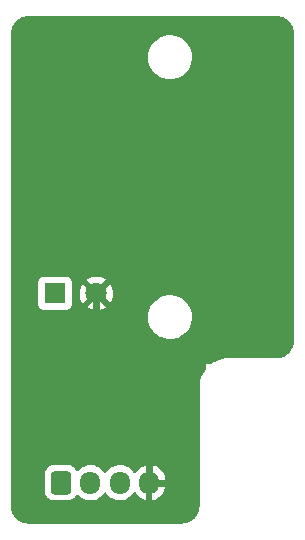
<source format=gbr>
%TF.GenerationSoftware,KiCad,Pcbnew,(6.0.4)*%
%TF.CreationDate,2022-04-07T16:53:33-04:00*%
%TF.ProjectId,larson_vu_pcb,6c617273-6f6e-45f7-9675-5f7063622e6b,rev?*%
%TF.SameCoordinates,Original*%
%TF.FileFunction,Copper,L2,Bot*%
%TF.FilePolarity,Positive*%
%FSLAX46Y46*%
G04 Gerber Fmt 4.6, Leading zero omitted, Abs format (unit mm)*
G04 Created by KiCad (PCBNEW (6.0.4)) date 2022-04-07 16:53:33*
%MOMM*%
%LPD*%
G01*
G04 APERTURE LIST*
G04 Aperture macros list*
%AMRoundRect*
0 Rectangle with rounded corners*
0 $1 Rounding radius*
0 $2 $3 $4 $5 $6 $7 $8 $9 X,Y pos of 4 corners*
0 Add a 4 corners polygon primitive as box body*
4,1,4,$2,$3,$4,$5,$6,$7,$8,$9,$2,$3,0*
0 Add four circle primitives for the rounded corners*
1,1,$1+$1,$2,$3*
1,1,$1+$1,$4,$5*
1,1,$1+$1,$6,$7*
1,1,$1+$1,$8,$9*
0 Add four rect primitives between the rounded corners*
20,1,$1+$1,$2,$3,$4,$5,0*
20,1,$1+$1,$4,$5,$6,$7,0*
20,1,$1+$1,$6,$7,$8,$9,0*
20,1,$1+$1,$8,$9,$2,$3,0*%
G04 Aperture macros list end*
%TA.AperFunction,ComponentPad*%
%ADD10R,1.800000X1.800000*%
%TD*%
%TA.AperFunction,ComponentPad*%
%ADD11C,1.800000*%
%TD*%
%TA.AperFunction,ComponentPad*%
%ADD12RoundRect,0.250000X-0.600000X-0.725000X0.600000X-0.725000X0.600000X0.725000X-0.600000X0.725000X0*%
%TD*%
%TA.AperFunction,ComponentPad*%
%ADD13O,1.700000X1.950000*%
%TD*%
%TA.AperFunction,ViaPad*%
%ADD14C,1.000000*%
%TD*%
%TA.AperFunction,Conductor*%
%ADD15C,0.600000*%
%TD*%
G04 APERTURE END LIST*
D10*
%TO.P,C1,1*%
%TO.N,5V*%
X64250000Y-79000000D03*
D11*
%TO.P,C1,2*%
%TO.N,GND*%
X67750000Y-79000000D03*
%TD*%
D12*
%TO.P,J1,1,Pin_1*%
%TO.N,5V*%
X64750000Y-95025000D03*
D13*
%TO.P,J1,2,Pin_2*%
%TO.N,CLK*%
X67250000Y-95025000D03*
%TO.P,J1,3,Pin_3*%
%TO.N,DATA*%
X69750000Y-95025000D03*
%TO.P,J1,4,Pin_4*%
%TO.N,GND*%
X72250000Y-95025000D03*
%TD*%
D14*
%TO.N,GND*%
X80000000Y-69000000D03*
X80000000Y-83000000D03*
%TD*%
D15*
%TO.N,GND*%
X82000000Y-83500000D02*
X81500000Y-84000000D01*
X81500000Y-84000000D02*
X79000000Y-84000000D01*
X80000000Y-69000000D02*
X82000000Y-71000000D01*
X82000000Y-71000000D02*
X82000000Y-83500000D01*
X68000000Y-82000000D02*
X67750000Y-81750000D01*
X67750000Y-81750000D02*
X67750000Y-79000000D01*
X68000000Y-82500000D02*
X68000000Y-82000000D01*
X72250000Y-86750000D02*
X68000000Y-82500000D01*
X72250000Y-95025000D02*
X72250000Y-86750000D01*
X75475000Y-95025000D02*
X72250000Y-95025000D01*
X76000000Y-94500000D02*
X75475000Y-95025000D01*
X76000000Y-85500000D02*
X76000000Y-94500000D01*
X77500000Y-84000000D02*
X76000000Y-85500000D01*
X79000000Y-84000000D02*
X77500000Y-84000000D01*
X80000000Y-83000000D02*
X79000000Y-84000000D01*
%TD*%
%TA.AperFunction,Conductor*%
%TO.N,GND*%
G36*
X82970018Y-55510000D02*
G01*
X82984851Y-55512310D01*
X82984855Y-55512310D01*
X82993724Y-55513691D01*
X83008981Y-55511696D01*
X83034302Y-55510953D01*
X83203285Y-55523039D01*
X83221064Y-55525596D01*
X83411392Y-55566999D01*
X83428641Y-55572063D01*
X83611150Y-55640136D01*
X83627502Y-55647604D01*
X83798458Y-55740952D01*
X83813582Y-55750672D01*
X83969514Y-55867402D01*
X83983100Y-55879175D01*
X84120825Y-56016900D01*
X84132598Y-56030486D01*
X84249328Y-56186418D01*
X84259048Y-56201542D01*
X84352396Y-56372498D01*
X84359864Y-56388850D01*
X84427937Y-56571359D01*
X84433001Y-56588607D01*
X84474404Y-56778936D01*
X84476962Y-56796721D01*
X84488540Y-56958601D01*
X84487793Y-56976565D01*
X84487692Y-56984845D01*
X84486309Y-56993724D01*
X84487474Y-57002630D01*
X84490436Y-57025283D01*
X84491500Y-57041621D01*
X84491500Y-82950633D01*
X84490000Y-82970018D01*
X84487690Y-82984851D01*
X84487690Y-82984855D01*
X84486309Y-82993724D01*
X84488304Y-83008976D01*
X84489047Y-83034305D01*
X84476962Y-83203279D01*
X84474404Y-83221064D01*
X84456598Y-83302919D01*
X84433001Y-83411392D01*
X84427937Y-83428641D01*
X84359864Y-83611150D01*
X84352396Y-83627502D01*
X84259048Y-83798458D01*
X84249328Y-83813582D01*
X84132598Y-83969514D01*
X84120825Y-83983100D01*
X83983100Y-84120825D01*
X83969514Y-84132598D01*
X83813582Y-84249328D01*
X83798458Y-84259048D01*
X83627502Y-84352396D01*
X83611150Y-84359864D01*
X83428641Y-84427937D01*
X83411393Y-84433001D01*
X83221064Y-84474404D01*
X83203285Y-84476961D01*
X83041395Y-84488540D01*
X83023435Y-84487793D01*
X83015155Y-84487692D01*
X83006276Y-84486309D01*
X82974714Y-84490436D01*
X82958379Y-84491500D01*
X79053250Y-84491500D01*
X79032345Y-84489754D01*
X79017344Y-84487230D01*
X79017341Y-84487230D01*
X79012552Y-84486424D01*
X79006276Y-84486347D01*
X79004859Y-84486330D01*
X79004856Y-84486330D01*
X79000000Y-84486271D01*
X78995190Y-84486960D01*
X78992763Y-84487118D01*
X78987067Y-84487697D01*
X78700878Y-84505008D01*
X78700873Y-84505009D01*
X78697081Y-84505238D01*
X78398579Y-84559941D01*
X78108848Y-84650225D01*
X78105378Y-84651787D01*
X78105372Y-84651789D01*
X77970479Y-84712500D01*
X77832111Y-84774774D01*
X77828854Y-84776743D01*
X77828850Y-84776745D01*
X77749906Y-84824469D01*
X77572405Y-84931772D01*
X77569403Y-84934124D01*
X77569400Y-84934126D01*
X77519545Y-84973185D01*
X77453586Y-84999451D01*
X77441839Y-85000000D01*
X77000000Y-85000000D01*
X77000000Y-85441839D01*
X76979998Y-85509960D01*
X76973185Y-85519545D01*
X76931772Y-85572405D01*
X76774774Y-85832111D01*
X76650225Y-86108848D01*
X76559941Y-86398579D01*
X76505238Y-86697081D01*
X76505009Y-86700871D01*
X76505008Y-86700877D01*
X76488279Y-86977454D01*
X76487718Y-86982655D01*
X76487711Y-86983272D01*
X76487875Y-86983669D01*
X76486309Y-86993724D01*
X76486983Y-86998878D01*
X76486915Y-87000000D01*
X76487130Y-87000000D01*
X76488122Y-87007587D01*
X76490436Y-87025283D01*
X76491500Y-87041620D01*
X76491500Y-96950633D01*
X76490000Y-96970018D01*
X76487690Y-96984851D01*
X76487690Y-96984855D01*
X76486309Y-96993724D01*
X76488136Y-97007693D01*
X76488304Y-97008976D01*
X76489047Y-97034305D01*
X76476962Y-97203279D01*
X76474404Y-97221064D01*
X76456598Y-97302919D01*
X76433001Y-97411392D01*
X76427937Y-97428641D01*
X76359864Y-97611150D01*
X76352396Y-97627502D01*
X76259048Y-97798458D01*
X76249328Y-97813582D01*
X76132598Y-97969514D01*
X76120825Y-97983100D01*
X75983100Y-98120825D01*
X75969514Y-98132598D01*
X75813582Y-98249328D01*
X75798458Y-98259048D01*
X75627502Y-98352396D01*
X75611150Y-98359864D01*
X75428641Y-98427937D01*
X75411393Y-98433001D01*
X75221064Y-98474404D01*
X75203285Y-98476961D01*
X75041395Y-98488540D01*
X75023435Y-98487793D01*
X75015155Y-98487692D01*
X75006276Y-98486309D01*
X74974714Y-98490436D01*
X74958379Y-98491500D01*
X62049367Y-98491500D01*
X62029982Y-98490000D01*
X62015149Y-98487690D01*
X62015145Y-98487690D01*
X62006276Y-98486309D01*
X61991019Y-98488304D01*
X61965698Y-98489047D01*
X61796715Y-98476961D01*
X61778936Y-98474404D01*
X61588607Y-98433001D01*
X61571359Y-98427937D01*
X61388850Y-98359864D01*
X61372498Y-98352396D01*
X61201542Y-98259048D01*
X61186418Y-98249328D01*
X61030486Y-98132598D01*
X61016900Y-98120825D01*
X60879175Y-97983100D01*
X60867402Y-97969514D01*
X60750672Y-97813582D01*
X60740952Y-97798458D01*
X60647604Y-97627502D01*
X60640136Y-97611150D01*
X60572063Y-97428641D01*
X60566999Y-97411392D01*
X60543402Y-97302919D01*
X60525596Y-97221064D01*
X60523038Y-97203278D01*
X60511719Y-97045012D01*
X60512805Y-97022245D01*
X60512334Y-97022203D01*
X60512770Y-97017345D01*
X60513576Y-97012552D01*
X60513729Y-97000000D01*
X60509773Y-96972376D01*
X60508500Y-96954514D01*
X60508500Y-95800400D01*
X63391500Y-95800400D01*
X63391837Y-95803646D01*
X63391837Y-95803650D01*
X63400875Y-95890752D01*
X63402474Y-95906166D01*
X63404655Y-95912702D01*
X63404655Y-95912704D01*
X63436405Y-96007870D01*
X63458450Y-96073946D01*
X63551522Y-96224348D01*
X63676697Y-96349305D01*
X63682927Y-96353145D01*
X63682928Y-96353146D01*
X63820090Y-96437694D01*
X63827262Y-96442115D01*
X63862938Y-96453948D01*
X63988611Y-96495632D01*
X63988613Y-96495632D01*
X63995139Y-96497797D01*
X64001975Y-96498497D01*
X64001978Y-96498498D01*
X64037663Y-96502154D01*
X64099600Y-96508500D01*
X65400400Y-96508500D01*
X65403646Y-96508163D01*
X65403650Y-96508163D01*
X65499308Y-96498238D01*
X65499312Y-96498237D01*
X65506166Y-96497526D01*
X65512702Y-96495345D01*
X65512704Y-96495345D01*
X65644806Y-96451272D01*
X65673946Y-96441550D01*
X65824348Y-96348478D01*
X65949305Y-96223303D01*
X66039081Y-96077660D01*
X66091852Y-96030168D01*
X66161924Y-96018744D01*
X66227048Y-96047018D01*
X66237510Y-96056805D01*
X66279215Y-96100523D01*
X66346576Y-96171135D01*
X66531542Y-96308754D01*
X66536293Y-96311170D01*
X66536297Y-96311172D01*
X66599481Y-96343296D01*
X66737051Y-96413240D01*
X66742145Y-96414822D01*
X66742148Y-96414823D01*
X66907583Y-96466192D01*
X66957227Y-96481607D01*
X66962516Y-96482308D01*
X67180489Y-96511198D01*
X67180494Y-96511198D01*
X67185774Y-96511898D01*
X67191103Y-96511698D01*
X67191105Y-96511698D01*
X67300966Y-96507574D01*
X67416158Y-96503249D01*
X67438802Y-96498498D01*
X67636572Y-96457002D01*
X67641791Y-96455907D01*
X67646750Y-96453949D01*
X67646752Y-96453948D01*
X67851256Y-96373185D01*
X67851258Y-96373184D01*
X67856221Y-96371224D01*
X67861525Y-96368006D01*
X68048757Y-96254390D01*
X68048756Y-96254390D01*
X68053317Y-96251623D01*
X68093134Y-96217072D01*
X68223412Y-96104023D01*
X68223414Y-96104021D01*
X68227445Y-96100523D01*
X68294500Y-96018744D01*
X68370240Y-95926373D01*
X68370244Y-95926367D01*
X68373624Y-95922245D01*
X68391552Y-95890750D01*
X68442632Y-95841445D01*
X68512262Y-95827583D01*
X68578333Y-95853566D01*
X68605573Y-95882716D01*
X68687441Y-96004319D01*
X68846576Y-96171135D01*
X69031542Y-96308754D01*
X69036293Y-96311170D01*
X69036297Y-96311172D01*
X69099481Y-96343296D01*
X69237051Y-96413240D01*
X69242145Y-96414822D01*
X69242148Y-96414823D01*
X69407583Y-96466192D01*
X69457227Y-96481607D01*
X69462516Y-96482308D01*
X69680489Y-96511198D01*
X69680494Y-96511198D01*
X69685774Y-96511898D01*
X69691103Y-96511698D01*
X69691105Y-96511698D01*
X69800966Y-96507574D01*
X69916158Y-96503249D01*
X69938802Y-96498498D01*
X70136572Y-96457002D01*
X70141791Y-96455907D01*
X70146750Y-96453949D01*
X70146752Y-96453948D01*
X70351256Y-96373185D01*
X70351258Y-96373184D01*
X70356221Y-96371224D01*
X70361525Y-96368006D01*
X70548757Y-96254390D01*
X70548756Y-96254390D01*
X70553317Y-96251623D01*
X70593134Y-96217072D01*
X70723412Y-96104023D01*
X70723414Y-96104021D01*
X70727445Y-96100523D01*
X70794500Y-96018744D01*
X70870240Y-95926373D01*
X70870244Y-95926367D01*
X70873624Y-95922245D01*
X70886681Y-95899308D01*
X70891829Y-95890265D01*
X70942912Y-95840959D01*
X71012542Y-95827098D01*
X71078613Y-95853082D01*
X71105851Y-95882232D01*
X71184852Y-95999578D01*
X71191519Y-96007870D01*
X71343228Y-96166900D01*
X71351186Y-96173941D01*
X71527525Y-96305141D01*
X71536562Y-96310745D01*
X71732484Y-96410357D01*
X71742335Y-96414357D01*
X71952240Y-96479534D01*
X71962624Y-96481817D01*
X71978043Y-96483861D01*
X71992207Y-96481665D01*
X71996000Y-96468478D01*
X71996000Y-96466192D01*
X72504000Y-96466192D01*
X72507973Y-96479723D01*
X72518580Y-96481248D01*
X72636421Y-96456523D01*
X72646617Y-96453463D01*
X72851029Y-96372737D01*
X72860561Y-96368006D01*
X73048462Y-96253984D01*
X73057052Y-96247720D01*
X73223052Y-96103673D01*
X73230472Y-96096042D01*
X73369826Y-95926089D01*
X73375850Y-95917322D01*
X73484576Y-95726318D01*
X73489041Y-95716654D01*
X73564031Y-95510059D01*
X73566802Y-95499792D01*
X73603504Y-95296826D01*
X73602085Y-95283586D01*
X73587450Y-95279000D01*
X72522115Y-95279000D01*
X72506876Y-95283475D01*
X72505671Y-95284865D01*
X72504000Y-95292548D01*
X72504000Y-96466192D01*
X71996000Y-96466192D01*
X71996000Y-94752885D01*
X72504000Y-94752885D01*
X72508475Y-94768124D01*
X72509865Y-94769329D01*
X72517548Y-94771000D01*
X73583849Y-94771000D01*
X73598527Y-94766690D01*
X73600590Y-94754807D01*
X73593876Y-94675675D01*
X73592086Y-94665203D01*
X73536870Y-94452465D01*
X73533335Y-94442425D01*
X73443063Y-94242030D01*
X73437894Y-94232744D01*
X73315150Y-94050425D01*
X73308481Y-94042130D01*
X73156772Y-93883100D01*
X73148814Y-93876059D01*
X72972475Y-93744859D01*
X72963438Y-93739255D01*
X72767516Y-93639643D01*
X72757665Y-93635643D01*
X72547760Y-93570466D01*
X72537376Y-93568183D01*
X72521957Y-93566139D01*
X72507793Y-93568335D01*
X72504000Y-93581522D01*
X72504000Y-94752885D01*
X71996000Y-94752885D01*
X71996000Y-93583808D01*
X71992027Y-93570277D01*
X71981420Y-93568752D01*
X71863579Y-93593477D01*
X71853383Y-93596537D01*
X71648971Y-93677263D01*
X71639439Y-93681994D01*
X71451538Y-93796016D01*
X71442948Y-93802280D01*
X71276948Y-93946327D01*
X71269528Y-93953958D01*
X71130174Y-94123911D01*
X71124152Y-94132674D01*
X71108762Y-94159711D01*
X71057680Y-94209018D01*
X70988049Y-94222880D01*
X70921978Y-94196897D01*
X70894739Y-94167747D01*
X70858869Y-94114468D01*
X70812559Y-94045681D01*
X70753918Y-93984209D01*
X70724725Y-93953608D01*
X70653424Y-93878865D01*
X70468458Y-93741246D01*
X70463707Y-93738830D01*
X70463703Y-93738828D01*
X70345588Y-93678776D01*
X70262949Y-93636760D01*
X70257855Y-93635178D01*
X70257852Y-93635177D01*
X70047871Y-93569976D01*
X70042773Y-93568393D01*
X70037484Y-93567692D01*
X69819511Y-93538802D01*
X69819506Y-93538802D01*
X69814226Y-93538102D01*
X69808897Y-93538302D01*
X69808895Y-93538302D01*
X69699034Y-93542427D01*
X69583842Y-93546751D01*
X69578623Y-93547846D01*
X69556566Y-93552474D01*
X69358209Y-93594093D01*
X69353250Y-93596051D01*
X69353248Y-93596052D01*
X69148744Y-93676815D01*
X69148742Y-93676816D01*
X69143779Y-93678776D01*
X69139220Y-93681543D01*
X69139217Y-93681544D01*
X69044113Y-93739255D01*
X68946683Y-93798377D01*
X68942653Y-93801874D01*
X68849484Y-93882722D01*
X68772555Y-93949477D01*
X68769168Y-93953608D01*
X68629760Y-94123627D01*
X68629756Y-94123633D01*
X68626376Y-94127755D01*
X68608448Y-94159250D01*
X68557368Y-94208555D01*
X68487738Y-94222417D01*
X68421667Y-94196434D01*
X68394427Y-94167284D01*
X68367814Y-94127755D01*
X68312559Y-94045681D01*
X68253918Y-93984209D01*
X68224725Y-93953608D01*
X68153424Y-93878865D01*
X67968458Y-93741246D01*
X67963707Y-93738830D01*
X67963703Y-93738828D01*
X67845588Y-93678776D01*
X67762949Y-93636760D01*
X67757855Y-93635178D01*
X67757852Y-93635177D01*
X67547871Y-93569976D01*
X67542773Y-93568393D01*
X67537484Y-93567692D01*
X67319511Y-93538802D01*
X67319506Y-93538802D01*
X67314226Y-93538102D01*
X67308897Y-93538302D01*
X67308895Y-93538302D01*
X67199034Y-93542427D01*
X67083842Y-93546751D01*
X67078623Y-93547846D01*
X67056566Y-93552474D01*
X66858209Y-93594093D01*
X66853250Y-93596051D01*
X66853248Y-93596052D01*
X66648744Y-93676815D01*
X66648742Y-93676816D01*
X66643779Y-93678776D01*
X66639220Y-93681543D01*
X66639217Y-93681544D01*
X66544113Y-93739255D01*
X66446683Y-93798377D01*
X66442653Y-93801874D01*
X66349484Y-93882722D01*
X66272555Y-93949477D01*
X66243330Y-93985120D01*
X66184671Y-94025114D01*
X66113701Y-94027046D01*
X66052952Y-93990302D01*
X66038752Y-93971532D01*
X65952332Y-93831880D01*
X65948478Y-93825652D01*
X65823303Y-93700695D01*
X65792965Y-93681994D01*
X65678968Y-93611725D01*
X65678966Y-93611724D01*
X65672738Y-93607885D01*
X65559353Y-93570277D01*
X65511389Y-93554368D01*
X65511387Y-93554368D01*
X65504861Y-93552203D01*
X65498025Y-93551503D01*
X65498022Y-93551502D01*
X65454969Y-93547091D01*
X65400400Y-93541500D01*
X64099600Y-93541500D01*
X64096354Y-93541837D01*
X64096350Y-93541837D01*
X64000692Y-93551762D01*
X64000688Y-93551763D01*
X63993834Y-93552474D01*
X63987298Y-93554655D01*
X63987296Y-93554655D01*
X63855194Y-93598728D01*
X63826054Y-93608450D01*
X63675652Y-93701522D01*
X63550695Y-93826697D01*
X63546855Y-93832927D01*
X63546854Y-93832928D01*
X63472466Y-93953608D01*
X63457885Y-93977262D01*
X63436472Y-94041822D01*
X63406432Y-94132390D01*
X63402203Y-94145139D01*
X63401503Y-94151975D01*
X63401502Y-94151978D01*
X63399338Y-94173102D01*
X63391500Y-94249600D01*
X63391500Y-95800400D01*
X60508500Y-95800400D01*
X60508500Y-81042277D01*
X72137009Y-81042277D01*
X72162625Y-81310769D01*
X72163710Y-81315203D01*
X72163711Y-81315209D01*
X72225645Y-81568312D01*
X72226731Y-81572750D01*
X72327985Y-81822733D01*
X72464265Y-82055482D01*
X72467118Y-82059049D01*
X72584686Y-82206060D01*
X72632716Y-82266119D01*
X72829809Y-82450234D01*
X73051416Y-82603968D01*
X73055499Y-82605999D01*
X73055502Y-82606001D01*
X73171013Y-82663466D01*
X73292894Y-82724101D01*
X73297228Y-82725522D01*
X73297231Y-82725523D01*
X73544853Y-82806698D01*
X73544859Y-82806699D01*
X73549186Y-82808118D01*
X73553677Y-82808898D01*
X73553678Y-82808898D01*
X73811140Y-82853601D01*
X73811148Y-82853602D01*
X73814921Y-82854257D01*
X73818758Y-82854448D01*
X73898578Y-82858422D01*
X73898586Y-82858422D01*
X73900149Y-82858500D01*
X74068512Y-82858500D01*
X74070780Y-82858335D01*
X74070792Y-82858335D01*
X74201884Y-82848823D01*
X74269004Y-82843953D01*
X74273459Y-82842969D01*
X74273462Y-82842969D01*
X74527912Y-82786791D01*
X74527916Y-82786790D01*
X74532372Y-82785806D01*
X74658480Y-82738028D01*
X74780318Y-82691868D01*
X74780321Y-82691867D01*
X74784588Y-82690250D01*
X75020368Y-82559286D01*
X75234773Y-82395657D01*
X75423312Y-82202792D01*
X75582034Y-81984730D01*
X75665190Y-81826676D01*
X75705490Y-81750079D01*
X75705493Y-81750073D01*
X75707615Y-81746039D01*
X75770378Y-81568312D01*
X75795902Y-81496033D01*
X75795902Y-81496032D01*
X75797425Y-81491720D01*
X75849581Y-81227100D01*
X75858782Y-81042277D01*
X75862764Y-80962292D01*
X75862764Y-80962286D01*
X75862991Y-80957723D01*
X75837375Y-80689231D01*
X75792042Y-80503967D01*
X75774355Y-80431688D01*
X75773269Y-80427250D01*
X75672015Y-80177267D01*
X75535735Y-79944518D01*
X75416356Y-79795242D01*
X75370136Y-79737447D01*
X75370135Y-79737445D01*
X75367284Y-79733881D01*
X75170191Y-79549766D01*
X74948584Y-79396032D01*
X74944501Y-79394001D01*
X74944498Y-79393999D01*
X74779606Y-79311967D01*
X74707106Y-79275899D01*
X74702772Y-79274478D01*
X74702769Y-79274477D01*
X74455147Y-79193302D01*
X74455141Y-79193301D01*
X74450814Y-79191882D01*
X74446322Y-79191102D01*
X74188860Y-79146399D01*
X74188852Y-79146398D01*
X74185079Y-79145743D01*
X74173817Y-79145182D01*
X74101422Y-79141578D01*
X74101414Y-79141578D01*
X74099851Y-79141500D01*
X73931488Y-79141500D01*
X73929220Y-79141665D01*
X73929208Y-79141665D01*
X73798116Y-79151177D01*
X73730996Y-79156047D01*
X73726541Y-79157031D01*
X73726538Y-79157031D01*
X73472088Y-79213209D01*
X73472084Y-79213210D01*
X73467628Y-79214194D01*
X73341520Y-79261972D01*
X73219682Y-79308132D01*
X73219679Y-79308133D01*
X73215412Y-79309750D01*
X72979632Y-79440714D01*
X72765227Y-79604343D01*
X72762034Y-79607609D01*
X72762032Y-79607611D01*
X72670958Y-79700775D01*
X72576688Y-79797208D01*
X72417966Y-80015270D01*
X72415844Y-80019304D01*
X72294510Y-80249921D01*
X72294507Y-80249927D01*
X72292385Y-80253961D01*
X72290865Y-80258266D01*
X72290863Y-80258270D01*
X72204098Y-80503967D01*
X72202575Y-80508280D01*
X72150419Y-80772900D01*
X72150192Y-80777453D01*
X72150192Y-80777456D01*
X72140991Y-80962292D01*
X72137009Y-81042277D01*
X60508500Y-81042277D01*
X60508500Y-79948134D01*
X62841500Y-79948134D01*
X62848255Y-80010316D01*
X62899385Y-80146705D01*
X62986739Y-80263261D01*
X63103295Y-80350615D01*
X63239684Y-80401745D01*
X63301866Y-80408500D01*
X65198134Y-80408500D01*
X65260316Y-80401745D01*
X65396705Y-80350615D01*
X65513261Y-80263261D01*
X65589597Y-80161406D01*
X66953423Y-80161406D01*
X66958704Y-80168461D01*
X67135080Y-80271527D01*
X67144363Y-80275974D01*
X67351003Y-80354883D01*
X67360901Y-80357759D01*
X67577653Y-80401857D01*
X67587883Y-80403076D01*
X67808914Y-80411182D01*
X67819223Y-80410714D01*
X68038623Y-80382608D01*
X68048688Y-80380468D01*
X68260557Y-80316905D01*
X68270152Y-80313144D01*
X68468778Y-80215838D01*
X68477636Y-80210559D01*
X68535097Y-80169572D01*
X68543497Y-80158874D01*
X68536510Y-80145721D01*
X67762811Y-79372021D01*
X67748868Y-79364408D01*
X67747034Y-79364539D01*
X67740420Y-79368790D01*
X66960180Y-80149031D01*
X66953423Y-80161406D01*
X65589597Y-80161406D01*
X65600615Y-80146705D01*
X65651745Y-80010316D01*
X65658500Y-79948134D01*
X65658500Y-78970638D01*
X66337893Y-78970638D01*
X66350627Y-79191468D01*
X66352061Y-79201670D01*
X66400685Y-79417439D01*
X66403773Y-79427292D01*
X66486986Y-79632220D01*
X66491634Y-79641421D01*
X66580097Y-79785781D01*
X66590553Y-79795242D01*
X66599331Y-79791458D01*
X67377979Y-79012811D01*
X67384356Y-79001132D01*
X68114408Y-79001132D01*
X68114539Y-79002966D01*
X68118790Y-79009580D01*
X68896307Y-79787096D01*
X68908313Y-79793652D01*
X68920052Y-79784684D01*
X68958010Y-79731859D01*
X68963321Y-79723020D01*
X69061318Y-79524737D01*
X69065117Y-79515142D01*
X69129415Y-79303517D01*
X69131594Y-79293436D01*
X69160702Y-79072338D01*
X69161221Y-79065663D01*
X69162744Y-79003364D01*
X69162550Y-78996646D01*
X69144279Y-78774400D01*
X69142596Y-78764238D01*
X69088710Y-78549708D01*
X69085389Y-78539953D01*
X68997193Y-78337118D01*
X68992315Y-78328020D01*
X68919224Y-78215038D01*
X68908538Y-78205835D01*
X68898973Y-78210238D01*
X68122021Y-78987189D01*
X68114408Y-79001132D01*
X67384356Y-79001132D01*
X67385592Y-78998868D01*
X67385461Y-78997034D01*
X67381210Y-78990420D01*
X66603862Y-78213073D01*
X66592330Y-78206776D01*
X66580048Y-78216399D01*
X66524467Y-78297877D01*
X66519379Y-78306833D01*
X66426252Y-78507459D01*
X66422689Y-78517146D01*
X66363581Y-78730280D01*
X66361650Y-78740400D01*
X66338145Y-78960349D01*
X66337893Y-78970638D01*
X65658500Y-78970638D01*
X65658500Y-78051866D01*
X65651745Y-77989684D01*
X65600615Y-77853295D01*
X65591184Y-77840711D01*
X66955508Y-77840711D01*
X66962251Y-77853040D01*
X67737189Y-78627979D01*
X67751132Y-78635592D01*
X67752966Y-78635461D01*
X67759580Y-78631210D01*
X68538994Y-77851795D01*
X68546011Y-77838944D01*
X68538237Y-77828274D01*
X68535902Y-77826430D01*
X68527320Y-77820729D01*
X68333678Y-77713833D01*
X68324272Y-77709606D01*
X68115772Y-77635772D01*
X68105809Y-77633140D01*
X67888047Y-77594350D01*
X67877796Y-77593381D01*
X67656616Y-77590679D01*
X67646332Y-77591399D01*
X67427693Y-77624855D01*
X67417666Y-77627244D01*
X67207426Y-77695961D01*
X67197916Y-77699958D01*
X67001725Y-77802089D01*
X66993007Y-77807578D01*
X66963961Y-77829386D01*
X66955508Y-77840711D01*
X65591184Y-77840711D01*
X65513261Y-77736739D01*
X65396705Y-77649385D01*
X65260316Y-77598255D01*
X65198134Y-77591500D01*
X63301866Y-77591500D01*
X63239684Y-77598255D01*
X63103295Y-77649385D01*
X62986739Y-77736739D01*
X62899385Y-77853295D01*
X62848255Y-77989684D01*
X62841500Y-78051866D01*
X62841500Y-79948134D01*
X60508500Y-79948134D01*
X60508500Y-59042277D01*
X72137009Y-59042277D01*
X72162625Y-59310769D01*
X72163710Y-59315203D01*
X72163711Y-59315209D01*
X72225645Y-59568312D01*
X72226731Y-59572750D01*
X72327985Y-59822733D01*
X72464265Y-60055482D01*
X72467118Y-60059049D01*
X72584686Y-60206060D01*
X72632716Y-60266119D01*
X72829809Y-60450234D01*
X73051416Y-60603968D01*
X73055499Y-60605999D01*
X73055502Y-60606001D01*
X73171013Y-60663466D01*
X73292894Y-60724101D01*
X73297228Y-60725522D01*
X73297231Y-60725523D01*
X73544853Y-60806698D01*
X73544859Y-60806699D01*
X73549186Y-60808118D01*
X73553677Y-60808898D01*
X73553678Y-60808898D01*
X73811140Y-60853601D01*
X73811148Y-60853602D01*
X73814921Y-60854257D01*
X73818758Y-60854448D01*
X73898578Y-60858422D01*
X73898586Y-60858422D01*
X73900149Y-60858500D01*
X74068512Y-60858500D01*
X74070780Y-60858335D01*
X74070792Y-60858335D01*
X74201884Y-60848823D01*
X74269004Y-60843953D01*
X74273459Y-60842969D01*
X74273462Y-60842969D01*
X74527912Y-60786791D01*
X74527916Y-60786790D01*
X74532372Y-60785806D01*
X74658480Y-60738028D01*
X74780318Y-60691868D01*
X74780321Y-60691867D01*
X74784588Y-60690250D01*
X75020368Y-60559286D01*
X75234773Y-60395657D01*
X75423312Y-60202792D01*
X75582034Y-59984730D01*
X75665190Y-59826676D01*
X75705490Y-59750079D01*
X75705493Y-59750073D01*
X75707615Y-59746039D01*
X75770378Y-59568312D01*
X75795902Y-59496033D01*
X75795902Y-59496032D01*
X75797425Y-59491720D01*
X75849581Y-59227100D01*
X75858782Y-59042277D01*
X75862764Y-58962292D01*
X75862764Y-58962286D01*
X75862991Y-58957723D01*
X75837375Y-58689231D01*
X75792042Y-58503967D01*
X75774355Y-58431688D01*
X75773269Y-58427250D01*
X75672015Y-58177267D01*
X75535735Y-57944518D01*
X75417928Y-57797208D01*
X75370136Y-57737447D01*
X75370135Y-57737445D01*
X75367284Y-57733881D01*
X75170191Y-57549766D01*
X74948584Y-57396032D01*
X74944501Y-57394001D01*
X74944498Y-57393999D01*
X74779606Y-57311967D01*
X74707106Y-57275899D01*
X74702772Y-57274478D01*
X74702769Y-57274477D01*
X74455147Y-57193302D01*
X74455141Y-57193301D01*
X74450814Y-57191882D01*
X74446322Y-57191102D01*
X74188860Y-57146399D01*
X74188852Y-57146398D01*
X74185079Y-57145743D01*
X74173817Y-57145182D01*
X74101422Y-57141578D01*
X74101414Y-57141578D01*
X74099851Y-57141500D01*
X73931488Y-57141500D01*
X73929220Y-57141665D01*
X73929208Y-57141665D01*
X73798116Y-57151177D01*
X73730996Y-57156047D01*
X73726541Y-57157031D01*
X73726538Y-57157031D01*
X73472088Y-57213209D01*
X73472084Y-57213210D01*
X73467628Y-57214194D01*
X73341520Y-57261972D01*
X73219682Y-57308132D01*
X73219679Y-57308133D01*
X73215412Y-57309750D01*
X72979632Y-57440714D01*
X72765227Y-57604343D01*
X72576688Y-57797208D01*
X72417966Y-58015270D01*
X72415844Y-58019304D01*
X72294510Y-58249921D01*
X72294507Y-58249927D01*
X72292385Y-58253961D01*
X72290865Y-58258266D01*
X72290863Y-58258270D01*
X72204098Y-58503967D01*
X72202575Y-58508280D01*
X72150419Y-58772900D01*
X72150192Y-58777453D01*
X72150192Y-58777456D01*
X72140991Y-58962292D01*
X72137009Y-59042277D01*
X60508500Y-59042277D01*
X60508500Y-57053250D01*
X60510246Y-57032345D01*
X60512770Y-57017344D01*
X60512770Y-57017341D01*
X60513576Y-57012552D01*
X60513729Y-57000000D01*
X60513040Y-56995186D01*
X60513039Y-56995176D01*
X60512157Y-56989017D01*
X60511206Y-56962172D01*
X60523038Y-56796723D01*
X60525596Y-56778934D01*
X60566999Y-56588607D01*
X60572063Y-56571359D01*
X60640136Y-56388850D01*
X60647604Y-56372498D01*
X60740952Y-56201542D01*
X60750672Y-56186418D01*
X60867402Y-56030486D01*
X60879175Y-56016900D01*
X61016900Y-55879175D01*
X61030486Y-55867402D01*
X61186418Y-55750672D01*
X61201542Y-55740952D01*
X61372498Y-55647604D01*
X61388850Y-55640136D01*
X61571359Y-55572063D01*
X61588608Y-55566999D01*
X61778936Y-55525596D01*
X61796715Y-55523039D01*
X61958605Y-55511460D01*
X61976565Y-55512207D01*
X61984845Y-55512308D01*
X61993724Y-55513691D01*
X62025286Y-55509564D01*
X62041621Y-55508500D01*
X82950633Y-55508500D01*
X82970018Y-55510000D01*
G37*
%TD.AperFunction*%
%TD*%
M02*

</source>
